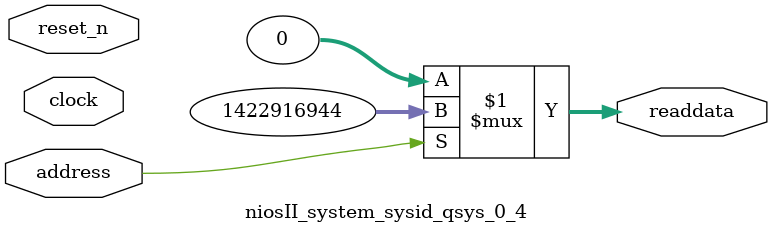
<source format=v>
module niosII_system_sysid_qsys_0_4 (
                address,
                clock,
                reset_n,
                readdata
             )
;
  output  [ 31: 0] readdata;
  input            address;
  input            clock;
  input            reset_n;
  wire    [ 31: 0] readdata;
  assign readdata = address ? 1422916944 : 0;
endmodule
</source>
